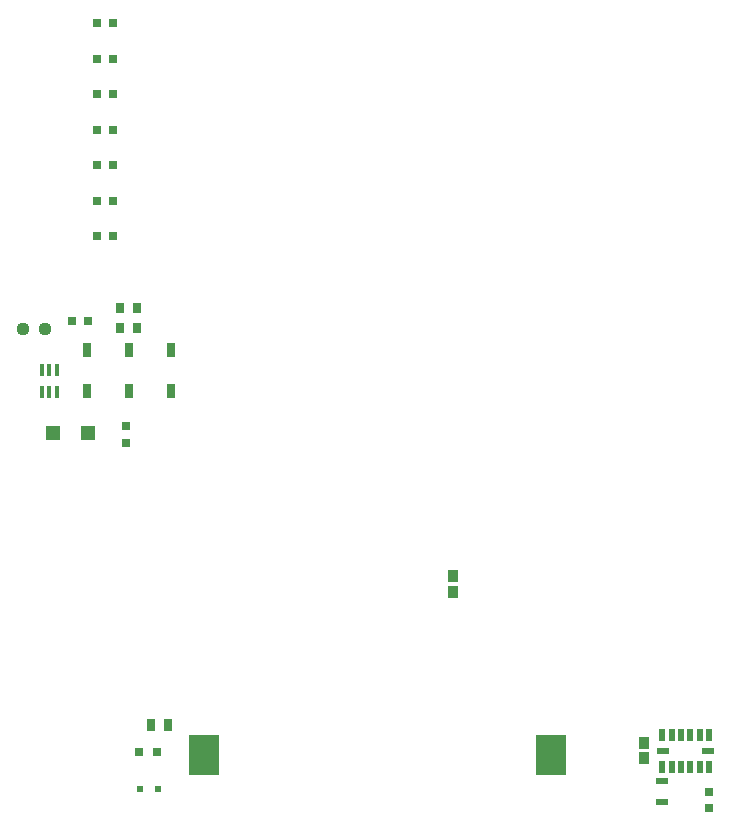
<source format=gbr>
%TF.GenerationSoftware,KiCad,Pcbnew,9.0.6*%
%TF.CreationDate,2025-12-08T21:47:25-05:00*%
%TF.ProjectId,electrical,656c6563-7472-4696-9361-6c2e6b696361,rev?*%
%TF.SameCoordinates,Original*%
%TF.FileFunction,Paste,Bot*%
%TF.FilePolarity,Positive*%
%FSLAX46Y46*%
G04 Gerber Fmt 4.6, Leading zero omitted, Abs format (unit mm)*
G04 Created by KiCad (PCBNEW 9.0.6) date 2025-12-08 21:47:25*
%MOMM*%
%LPD*%
G01*
G04 APERTURE LIST*
G04 Aperture macros list*
%AMRoundRect*
0 Rectangle with rounded corners*
0 $1 Rounding radius*
0 $2 $3 $4 $5 $6 $7 $8 $9 X,Y pos of 4 corners*
0 Add a 4 corners polygon primitive as box body*
4,1,4,$2,$3,$4,$5,$6,$7,$8,$9,$2,$3,0*
0 Add four circle primitives for the rounded corners*
1,1,$1+$1,$2,$3*
1,1,$1+$1,$4,$5*
1,1,$1+$1,$6,$7*
1,1,$1+$1,$8,$9*
0 Add four rect primitives between the rounded corners*
20,1,$1+$1,$2,$3,$4,$5,0*
20,1,$1+$1,$4,$5,$6,$7,0*
20,1,$1+$1,$6,$7,$8,$9,0*
20,1,$1+$1,$8,$9,$2,$3,0*%
G04 Aperture macros list end*
%ADD10R,0.800000X1.150000*%
%ADD11R,0.508000X1.117600*%
%ADD12R,1.117600X0.508000*%
%ADD13R,0.700000X0.700000*%
%ADD14R,0.500000X0.600000*%
%ADD15RoundRect,0.237500X-0.250000X-0.237500X0.250000X-0.237500X0.250000X0.237500X-0.250000X0.237500X0*%
%ADD16R,0.950000X1.100000*%
%ADD17R,1.300000X1.300000*%
%ADD18R,0.650000X0.900000*%
%ADD19R,2.600000X3.500000*%
%ADD20R,0.800000X0.800000*%
%ADD21R,0.450000X1.000000*%
%ADD22R,0.780000X0.990000*%
%ADD23R,1.060000X0.490000*%
G04 APERTURE END LIST*
D10*
%TO.C,D2*%
X137430000Y-101380000D03*
X137430000Y-97880000D03*
%TD*%
D11*
%TO.C,IC2*%
X186600400Y-133200000D03*
X185787600Y-133200000D03*
X185000200Y-133200000D03*
X184187400Y-133200000D03*
X183400000Y-133200000D03*
X182587200Y-133200000D03*
D12*
X182714200Y-131828400D03*
D11*
X182587200Y-130456800D03*
X183400000Y-130456800D03*
X184187400Y-130456800D03*
X185000200Y-130456800D03*
X185787600Y-130456800D03*
X186600400Y-130456800D03*
D12*
X186473400Y-131828400D03*
%TD*%
D13*
%TO.C,C27*%
X134730000Y-88230000D03*
X136130000Y-88230000D03*
%TD*%
D14*
%TO.C,R1*%
X138430000Y-135030000D03*
X139930000Y-135030000D03*
%TD*%
D10*
%TO.C,D1*%
X133930000Y-97880000D03*
X133930000Y-101380000D03*
%TD*%
D15*
%TO.C,R7*%
X128505000Y-96130000D03*
X130330000Y-96130000D03*
%TD*%
D16*
%TO.C,R3*%
X164930000Y-118330000D03*
X164930000Y-117030000D03*
%TD*%
D13*
%TO.C,C31*%
X136130000Y-85230000D03*
X134730000Y-85230000D03*
%TD*%
%TO.C,C8*%
X134730000Y-73230000D03*
X136130000Y-73230000D03*
%TD*%
D17*
%TO.C,L1*%
X131030000Y-104930000D03*
X134030000Y-104930000D03*
%TD*%
D16*
%TO.C,R4*%
X181087600Y-131156800D03*
X181087600Y-132456800D03*
%TD*%
D18*
%TO.C,R8*%
X136730000Y-96030000D03*
X138180000Y-96030000D03*
%TD*%
D19*
%TO.C,BT1*%
X143830000Y-132130000D03*
X173230000Y-132130000D03*
%TD*%
D10*
%TO.C,D3*%
X141030000Y-97880000D03*
X141030000Y-101380000D03*
%TD*%
D20*
%TO.C,LED1*%
X138330000Y-131930000D03*
X139830000Y-131930000D03*
%TD*%
D13*
%TO.C,C26*%
X134730000Y-82230000D03*
X136130000Y-82230000D03*
%TD*%
%TO.C,C30*%
X132630000Y-95430000D03*
X134030000Y-95430000D03*
%TD*%
%TO.C,C29*%
X137230000Y-104330000D03*
X137230000Y-105730000D03*
%TD*%
D21*
%TO.C,Q1*%
X130080000Y-99530000D03*
X130730000Y-99530000D03*
X131380000Y-99530000D03*
X131380000Y-101430000D03*
X130730000Y-101430000D03*
X130080000Y-101430000D03*
%TD*%
D13*
%TO.C,C28*%
X134730000Y-70230000D03*
X136130000Y-70230000D03*
%TD*%
%TO.C,C25*%
X134730000Y-79230000D03*
X136130000Y-79230000D03*
%TD*%
%TO.C,C3*%
X186587600Y-135256800D03*
X186587600Y-136656800D03*
%TD*%
%TO.C,C24*%
X134730000Y-76230000D03*
X136130000Y-76230000D03*
%TD*%
D18*
%TO.C,R9*%
X138180000Y-94330000D03*
X136730000Y-94330000D03*
%TD*%
D22*
%TO.C,C1*%
X140730000Y-129630000D03*
X139330000Y-129630000D03*
%TD*%
D23*
%TO.C,C7*%
X182587600Y-134376800D03*
X182587600Y-136136800D03*
%TD*%
M02*

</source>
